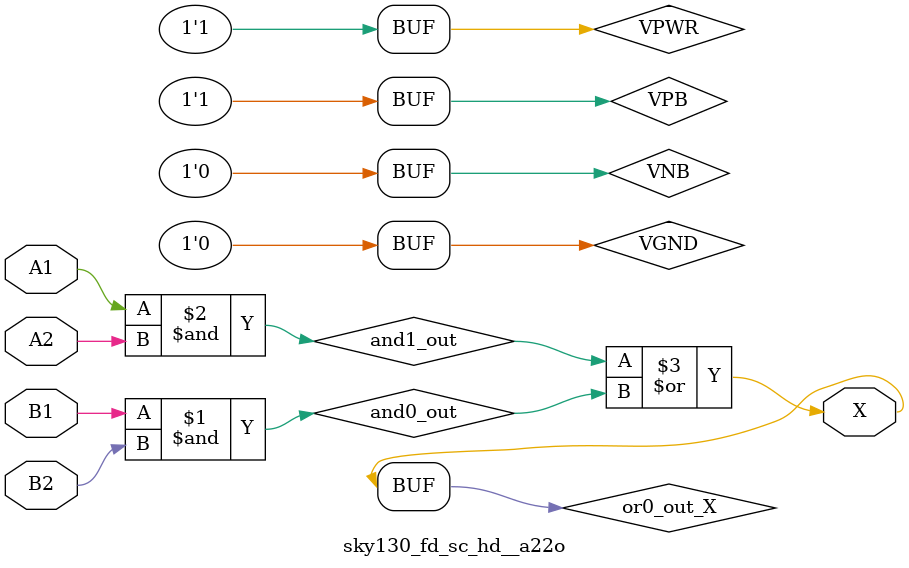
<source format=v>
/*
 * Copyright 2020 The SkyWater PDK Authors
 *
 * Licensed under the Apache License, Version 2.0 (the "License");
 * you may not use this file except in compliance with the License.
 * You may obtain a copy of the License at
 *
 *     https://www.apache.org/licenses/LICENSE-2.0
 *
 * Unless required by applicable law or agreed to in writing, software
 * distributed under the License is distributed on an "AS IS" BASIS,
 * WITHOUT WARRANTIES OR CONDITIONS OF ANY KIND, either express or implied.
 * See the License for the specific language governing permissions and
 * limitations under the License.
 *
 * SPDX-License-Identifier: Apache-2.0
*/


`ifndef SKY130_FD_SC_HD__A22O_TIMING_V
`define SKY130_FD_SC_HD__A22O_TIMING_V

/**
 * a22o: 2-input AND into both inputs of 2-input OR.
 *
 *       X = ((A1 & A2) | (B1 & B2))
 *
 * Verilog simulation timing model.
 */

`timescale 1ns / 1ps
`default_nettype none

`celldefine
module sky130_fd_sc_hd__a22o (
    X ,
    A1,
    A2,
    B1,
    B2
);

    // Module ports
    output X ;
    input  A1;
    input  A2;
    input  B1;
    input  B2;

    // Module supplies
    supply1 VPWR;
    supply0 VGND;
    supply1 VPB ;
    supply0 VNB ;

    // Local signals
    wire and0_out ;
    wire and1_out ;
    wire or0_out_X;

    //  Name  Output     Other arguments
    and and0 (and0_out , B1, B2            );
    and and1 (and1_out , A1, A2            );
    or  or0  (or0_out_X, and1_out, and0_out);
    buf buf0 (X        , or0_out_X         );

endmodule
`endcelldefine

`default_nettype wire
`endif  // SKY130_FD_SC_HD__A22O_TIMING_V

</source>
